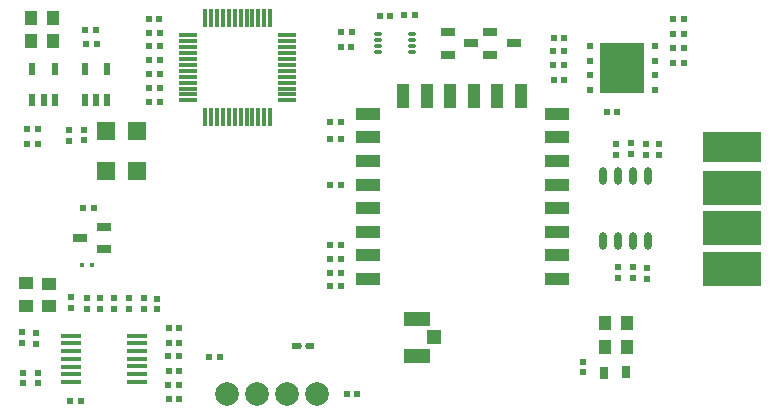
<source format=gtp>
G04 Layer_Color=8421504*
%FSLAX44Y44*%
%MOMM*%
G71*
G01*
G75*
%ADD10R,0.6200X0.6200*%
%ADD11R,0.8000X1.0000*%
%ADD12R,1.7000X0.4000*%
%ADD13R,0.6200X0.6200*%
%ADD14R,1.2700X1.1400*%
%ADD15R,5.0000X3.0000*%
%ADD16R,5.0000X2.5000*%
%ADD17R,1.1400X1.2700*%
%ADD18R,0.7901X0.5400*%
%ADD19R,2.0000X1.0000*%
%ADD20R,1.0000X2.0000*%
%ADD21O,0.6000X1.5200*%
%ADD22R,1.2500X0.7000*%
%ADD23R,0.5000X0.5000*%
%ADD24R,3.8000X4.3500*%
%ADD25R,0.6000X1.1000*%
%ADD26R,2.2000X1.1999*%
%ADD27R,1.3000X1.3000*%
%ADD28R,1.6000X1.5200*%
%ADD29R,0.4000X0.4000*%
%ADD30O,0.7000X0.3000*%
%ADD31R,1.5000X0.3000*%
%ADD32R,0.3000X1.5000*%
%ADD33C,2.0000*%
G36*
X253066Y57233D02*
Y55505D01*
X250380Y53669D01*
X245415D01*
X245015Y54069D01*
Y58669D01*
X245415Y59069D01*
X250380D01*
X253066Y57233D01*
D02*
G37*
G36*
X263817Y58669D02*
Y54069D01*
X263417Y53669D01*
X258452D01*
X255766Y55505D01*
Y57233D01*
X258452Y59069D01*
X263417D01*
X263817Y58669D01*
D02*
G37*
D10*
X491625Y34050D02*
D03*
Y43050D02*
D03*
X28581Y58556D02*
D03*
Y67556D02*
D03*
X71025Y88121D02*
D03*
Y97121D02*
D03*
X130790Y87560D02*
D03*
Y96560D02*
D03*
X82621Y96982D02*
D03*
Y87982D02*
D03*
X119276Y96808D02*
D03*
Y87808D02*
D03*
X16529Y67956D02*
D03*
Y58956D02*
D03*
X94505Y87755D02*
D03*
Y96755D02*
D03*
X16911Y33998D02*
D03*
Y24998D02*
D03*
X30089Y24907D02*
D03*
Y33907D02*
D03*
X106697Y87755D02*
D03*
Y96755D02*
D03*
X57789Y88668D02*
D03*
Y97668D02*
D03*
X519349Y218327D02*
D03*
Y227327D02*
D03*
X521308Y123169D02*
D03*
Y114169D02*
D03*
X532214Y228078D02*
D03*
Y219078D02*
D03*
X544312Y218572D02*
D03*
Y227572D02*
D03*
X533417Y114171D02*
D03*
Y123171D02*
D03*
X556026Y227257D02*
D03*
Y218258D02*
D03*
X545843Y122625D02*
D03*
Y113625D02*
D03*
X68441Y239630D02*
D03*
Y230630D02*
D03*
X56260Y230448D02*
D03*
Y239448D02*
D03*
D11*
X527813Y34103D02*
D03*
X509508Y34042D02*
D03*
D12*
X57393Y26126D02*
D03*
X57393Y32626D02*
D03*
Y39126D02*
D03*
X57393Y45626D02*
D03*
X57394Y52125D02*
D03*
Y58625D02*
D03*
X57394Y65125D02*
D03*
X113396Y65127D02*
D03*
X113396Y58627D02*
D03*
Y52127D02*
D03*
X113395Y45627D02*
D03*
X113395Y39127D02*
D03*
Y32627D02*
D03*
X113395Y26128D02*
D03*
D13*
X140161Y47767D02*
D03*
X149161D02*
D03*
X57367Y9886D02*
D03*
X66367D02*
D03*
X149369Y71499D02*
D03*
X140369D02*
D03*
X149551Y35731D02*
D03*
X140551D02*
D03*
X277021Y232027D02*
D03*
X286021D02*
D03*
X140369Y59307D02*
D03*
X149369D02*
D03*
X277021Y192766D02*
D03*
X286021D02*
D03*
X140161Y23747D02*
D03*
X149161D02*
D03*
X277021Y130427D02*
D03*
X286021D02*
D03*
X277021Y118598D02*
D03*
X286021D02*
D03*
X149551Y11855D02*
D03*
X140551D02*
D03*
X277021Y107059D02*
D03*
X286021D02*
D03*
X277021Y142111D02*
D03*
X286021D02*
D03*
X475161Y294003D02*
D03*
X466161D02*
D03*
X511449Y254677D02*
D03*
X520449D02*
D03*
X475161Y305831D02*
D03*
X466161D02*
D03*
X567797Y308590D02*
D03*
X576797D02*
D03*
X567797Y320419D02*
D03*
X576797D02*
D03*
X70067Y323830D02*
D03*
X79067D02*
D03*
X79629Y311783D02*
D03*
X70629D02*
D03*
X567470Y332963D02*
D03*
X576470D02*
D03*
X567470Y296035D02*
D03*
X576470D02*
D03*
X475489Y317527D02*
D03*
X466489D02*
D03*
X475489Y281811D02*
D03*
X466489D02*
D03*
X20862Y227807D02*
D03*
X29862D02*
D03*
X29509Y240299D02*
D03*
X20509D02*
D03*
X123804Y275058D02*
D03*
X132804D02*
D03*
X124219Y286586D02*
D03*
X133219D02*
D03*
X123804Y263374D02*
D03*
X132804D02*
D03*
X295657Y322099D02*
D03*
X286657D02*
D03*
X68280Y173117D02*
D03*
X77280D02*
D03*
X132866Y310110D02*
D03*
X123867D02*
D03*
X295149Y309907D02*
D03*
X286149D02*
D03*
X291118Y15463D02*
D03*
X300118D02*
D03*
X124219Y298270D02*
D03*
X133219D02*
D03*
X349068Y336311D02*
D03*
X340068D02*
D03*
X319185Y336167D02*
D03*
X328185D02*
D03*
X124219Y321638D02*
D03*
X133219D02*
D03*
X286005Y246407D02*
D03*
X277005D02*
D03*
X123439Y333574D02*
D03*
X132439D02*
D03*
X174960Y47284D02*
D03*
X183960D02*
D03*
D14*
X19796Y90515D02*
D03*
Y109515D02*
D03*
X39180Y90287D02*
D03*
Y109287D02*
D03*
D15*
X617237Y155996D02*
D03*
Y190371D02*
D03*
Y121621D02*
D03*
D16*
Y224745D02*
D03*
D17*
X509693Y55243D02*
D03*
X528693D02*
D03*
X509693Y75563D02*
D03*
X528693D02*
D03*
X23707Y334135D02*
D03*
X42707D02*
D03*
X23707Y314323D02*
D03*
X42707D02*
D03*
D18*
X248965Y56369D02*
D03*
X259867D02*
D03*
D19*
X308879Y113155D02*
D03*
X308881Y133155D02*
D03*
X308879Y153155D02*
D03*
X308886Y173155D02*
D03*
X308879Y193155D02*
D03*
X308871Y213155D02*
D03*
X308884Y233155D02*
D03*
X308899Y253155D02*
D03*
X468894D02*
D03*
X468901Y233155D02*
D03*
Y213155D02*
D03*
Y193155D02*
D03*
Y173155D02*
D03*
Y153155D02*
D03*
Y133155D02*
D03*
Y113155D02*
D03*
D20*
X338917Y268162D02*
D03*
X358917Y268155D02*
D03*
X378909D02*
D03*
X398917D02*
D03*
X418904Y268150D02*
D03*
X438884Y268165D02*
D03*
D21*
X508017Y145227D02*
D03*
X520717D02*
D03*
X533417D02*
D03*
X546117D02*
D03*
X508017Y200023D02*
D03*
X520717D02*
D03*
X533417D02*
D03*
X546117D02*
D03*
D22*
X432933Y312777D02*
D03*
X412934Y303277D02*
D03*
Y322277D02*
D03*
X396865Y312777D02*
D03*
X376866Y303277D02*
D03*
Y322277D02*
D03*
X65549Y147699D02*
D03*
X85548Y157199D02*
D03*
Y138199D02*
D03*
D23*
X552213Y273067D02*
D03*
Y285567D02*
D03*
Y298067D02*
D03*
Y310567D02*
D03*
X497213D02*
D03*
Y298067D02*
D03*
Y285567D02*
D03*
Y273067D02*
D03*
D24*
X524713Y291567D02*
D03*
D25*
X88257Y291047D02*
D03*
Y265047D02*
D03*
X78757D02*
D03*
X69257D02*
D03*
Y291047D02*
D03*
X44117D02*
D03*
Y265047D02*
D03*
X34617D02*
D03*
X25117D02*
D03*
Y291047D02*
D03*
D26*
X350789Y48291D02*
D03*
Y79291D02*
D03*
D27*
X365272Y63804D02*
D03*
D28*
X114012Y238470D02*
D03*
Y204270D02*
D03*
X87596Y238470D02*
D03*
Y204270D02*
D03*
D29*
X76018Y125248D02*
D03*
X67018D02*
D03*
D30*
X317681Y320331D02*
D03*
Y315329D02*
D03*
Y310331D02*
D03*
X317682Y305329D02*
D03*
X346682D02*
D03*
X346681Y310331D02*
D03*
Y315329D02*
D03*
Y320331D02*
D03*
D31*
X156935Y319470D02*
D03*
Y314470D02*
D03*
Y309470D02*
D03*
Y304470D02*
D03*
Y299470D02*
D03*
Y294471D02*
D03*
Y289471D02*
D03*
Y284471D02*
D03*
Y279471D02*
D03*
Y274471D02*
D03*
Y269471D02*
D03*
Y264471D02*
D03*
X240935D02*
D03*
Y269471D02*
D03*
Y274471D02*
D03*
Y279471D02*
D03*
Y284471D02*
D03*
Y289471D02*
D03*
Y294471D02*
D03*
Y299470D02*
D03*
Y304470D02*
D03*
Y309470D02*
D03*
Y314470D02*
D03*
Y319470D02*
D03*
D32*
X171435Y249970D02*
D03*
X176435D02*
D03*
X181435D02*
D03*
X186435D02*
D03*
X191435D02*
D03*
X196435D02*
D03*
X201435D02*
D03*
X206435D02*
D03*
X211435D02*
D03*
X216435D02*
D03*
X221435D02*
D03*
X226435D02*
D03*
Y333970D02*
D03*
X221435D02*
D03*
X216435D02*
D03*
X211435D02*
D03*
X206435D02*
D03*
X201435D02*
D03*
X196435D02*
D03*
X191435D02*
D03*
X186435D02*
D03*
X181435D02*
D03*
X176435D02*
D03*
X171435D02*
D03*
D33*
X266209Y15619D02*
D03*
X240809Y15619D02*
D03*
X215409Y15619D02*
D03*
X190009Y15619D02*
D03*
M02*

</source>
